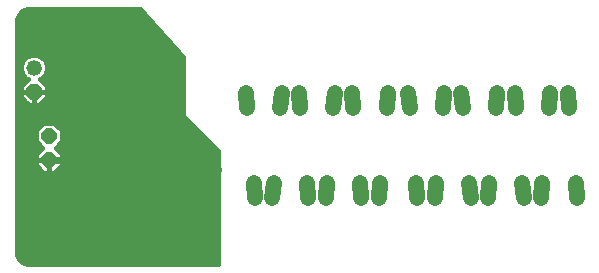
<source format=gbl>
G75*
%MOIN*%
%OFA0B0*%
%FSLAX24Y24*%
%IPPOS*%
%LPD*%
%AMOC8*
5,1,8,0,0,1.08239X$1,22.5*
%
%ADD10OC8,0.0515*%
%ADD11OC8,0.0520*%
%ADD12C,0.0520*%
%ADD13C,0.0520*%
%ADD14OC8,0.0310*%
%ADD15C,0.0100*%
%ADD16C,0.0240*%
%ADD17C,0.0160*%
D10*
X002026Y004065D03*
X002026Y004852D03*
D11*
X001526Y006322D03*
D12*
X001526Y007122D03*
D13*
X008590Y006287D02*
X008635Y005769D01*
X009737Y005769D02*
X009782Y006287D01*
X010361Y006287D02*
X010407Y005769D01*
X011509Y005769D02*
X011554Y006287D01*
X012133Y006287D02*
X012178Y005769D01*
X013280Y005769D02*
X013326Y006287D01*
X014003Y006287D02*
X014048Y005769D01*
X015150Y005769D02*
X015196Y006287D01*
X015775Y006287D02*
X015820Y005769D01*
X016922Y005769D02*
X016967Y006287D01*
X017546Y006287D02*
X017592Y005769D01*
X018694Y005769D02*
X018739Y006287D01*
X019318Y006287D02*
X019363Y005769D01*
X019579Y003298D02*
X019625Y002780D01*
X018432Y002780D02*
X018477Y003298D01*
X017808Y003298D02*
X017853Y002780D01*
X016660Y002780D02*
X016706Y003298D01*
X016036Y003298D02*
X016081Y002780D01*
X014889Y002780D02*
X014934Y003298D01*
X014264Y003298D02*
X014310Y002780D01*
X013019Y002780D02*
X013064Y003298D01*
X012394Y003298D02*
X012440Y002780D01*
X011247Y002780D02*
X011292Y003298D01*
X010623Y003298D02*
X010668Y002780D01*
X009475Y002780D02*
X009521Y003298D01*
X008851Y003298D02*
X008896Y002780D01*
D14*
X007438Y003327D03*
X007044Y003327D03*
X007635Y003720D03*
X005273Y003720D03*
X004879Y003720D03*
X004682Y003327D03*
X004682Y002933D03*
X005298Y002958D03*
X004682Y002539D03*
X006650Y002342D03*
X006650Y001949D03*
X007044Y001949D03*
X007438Y001949D03*
X002542Y002565D03*
D15*
X004904Y002565D01*
X005298Y002958D01*
D16*
X004879Y003720D02*
X004534Y004065D01*
X002026Y004065D01*
D17*
X001020Y000762D02*
X001133Y000649D01*
X001281Y000587D01*
X001361Y000579D01*
X007660Y000579D01*
X007660Y004336D01*
X006479Y005517D01*
X006479Y007486D01*
X005064Y009078D01*
X001361Y009078D01*
X001281Y009070D01*
X001133Y009008D01*
X001020Y008895D01*
X000958Y008747D01*
X000951Y008667D01*
X000951Y000990D01*
X000958Y000910D01*
X001020Y000762D01*
X001065Y000716D02*
X007660Y000716D01*
X007660Y000875D02*
X000973Y000875D01*
X000951Y001033D02*
X007660Y001033D01*
X007660Y001192D02*
X000951Y001192D01*
X000951Y001350D02*
X007660Y001350D01*
X007660Y001509D02*
X000951Y001509D01*
X000951Y001667D02*
X007660Y001667D01*
X007660Y001826D02*
X000951Y001826D01*
X000951Y001984D02*
X007660Y001984D01*
X007660Y002143D02*
X000951Y002143D01*
X000951Y002301D02*
X007660Y002301D01*
X007660Y002460D02*
X000951Y002460D01*
X000951Y002618D02*
X007660Y002618D01*
X007660Y002777D02*
X000951Y002777D01*
X000951Y002935D02*
X007660Y002935D01*
X007660Y003094D02*
X000951Y003094D01*
X000951Y003252D02*
X007660Y003252D01*
X007660Y003411D02*
X000951Y003411D01*
X000951Y003569D02*
X007660Y003569D01*
X007660Y003728D02*
X002308Y003728D01*
X002208Y003627D02*
X002026Y003627D01*
X002026Y004065D01*
X002026Y004065D01*
X001589Y004065D01*
X001589Y004246D01*
X001801Y004458D01*
X001589Y004671D01*
X001589Y005033D01*
X001845Y005290D01*
X002208Y005290D01*
X002464Y005033D01*
X002464Y004671D01*
X002251Y004458D01*
X002464Y004246D01*
X002464Y004065D01*
X002026Y004065D01*
X001589Y004065D01*
X001589Y003884D01*
X001845Y003627D01*
X002026Y003627D01*
X002026Y004065D01*
X002026Y004065D01*
X002026Y004065D01*
X002464Y004065D01*
X002464Y003884D01*
X002208Y003627D01*
X002026Y003728D02*
X002026Y003728D01*
X002026Y003886D02*
X002026Y003886D01*
X001745Y003728D02*
X000951Y003728D01*
X000951Y003886D02*
X001589Y003886D01*
X001589Y004045D02*
X000951Y004045D01*
X000951Y004203D02*
X001589Y004203D01*
X001705Y004362D02*
X000951Y004362D01*
X000951Y004520D02*
X001740Y004520D01*
X001589Y004679D02*
X000951Y004679D01*
X000951Y004837D02*
X001589Y004837D01*
X001589Y004996D02*
X000951Y004996D01*
X000951Y005154D02*
X001710Y005154D01*
X002343Y005154D02*
X006842Y005154D01*
X006684Y005313D02*
X000951Y005313D01*
X000951Y005471D02*
X006525Y005471D01*
X006479Y005630D02*
X000951Y005630D01*
X000951Y005788D02*
X006479Y005788D01*
X006479Y005947D02*
X001773Y005947D01*
X001709Y005882D02*
X001526Y005882D01*
X001526Y006322D01*
X001086Y006322D01*
X001086Y006140D01*
X001344Y005882D01*
X001526Y005882D01*
X001526Y006322D01*
X001526Y006322D01*
X001526Y006322D01*
X001086Y006322D01*
X001086Y006504D01*
X001315Y006733D01*
X001277Y006749D01*
X001153Y006873D01*
X001086Y007035D01*
X001086Y007210D01*
X001153Y007371D01*
X001277Y007495D01*
X001439Y007562D01*
X001614Y007562D01*
X001776Y007495D01*
X001899Y007371D01*
X001966Y007210D01*
X001966Y007035D01*
X001899Y006873D01*
X001776Y006749D01*
X001738Y006733D01*
X001966Y006504D01*
X001966Y006322D01*
X001526Y006322D01*
X001526Y006322D01*
X001966Y006322D01*
X001966Y006140D01*
X001709Y005882D01*
X001526Y005947D02*
X001526Y005947D01*
X001526Y006105D02*
X001526Y006105D01*
X001280Y005947D02*
X000951Y005947D01*
X000951Y006105D02*
X001121Y006105D01*
X001086Y006264D02*
X000951Y006264D01*
X000951Y006422D02*
X001086Y006422D01*
X001163Y006581D02*
X000951Y006581D01*
X000951Y006739D02*
X001301Y006739D01*
X001143Y006898D02*
X000951Y006898D01*
X000951Y007056D02*
X001086Y007056D01*
X001089Y007215D02*
X000951Y007215D01*
X000951Y007373D02*
X001155Y007373D01*
X000951Y007532D02*
X001366Y007532D01*
X001687Y007532D02*
X006438Y007532D01*
X006479Y007373D02*
X001898Y007373D01*
X001964Y007215D02*
X006479Y007215D01*
X006479Y007056D02*
X001966Y007056D01*
X001910Y006898D02*
X006479Y006898D01*
X006479Y006739D02*
X001752Y006739D01*
X001890Y006581D02*
X006479Y006581D01*
X006479Y006422D02*
X001966Y006422D01*
X001966Y006264D02*
X006479Y006264D01*
X006479Y006105D02*
X001932Y006105D01*
X001526Y006264D02*
X001526Y006264D01*
X002464Y004996D02*
X007001Y004996D01*
X007159Y004837D02*
X002464Y004837D01*
X002464Y004679D02*
X007318Y004679D01*
X007476Y004520D02*
X002313Y004520D01*
X002348Y004362D02*
X007635Y004362D01*
X007660Y004203D02*
X002464Y004203D01*
X002464Y004045D02*
X007660Y004045D01*
X007660Y003886D02*
X002464Y003886D01*
X002026Y004045D02*
X002026Y004045D01*
X000951Y007690D02*
X006298Y007690D01*
X006157Y007849D02*
X000951Y007849D01*
X000951Y008007D02*
X006016Y008007D01*
X005875Y008166D02*
X000951Y008166D01*
X000951Y008324D02*
X005734Y008324D01*
X005593Y008483D02*
X000951Y008483D01*
X000951Y008641D02*
X005452Y008641D01*
X005311Y008800D02*
X000980Y008800D01*
X001083Y008958D02*
X005170Y008958D01*
M02*

</source>
